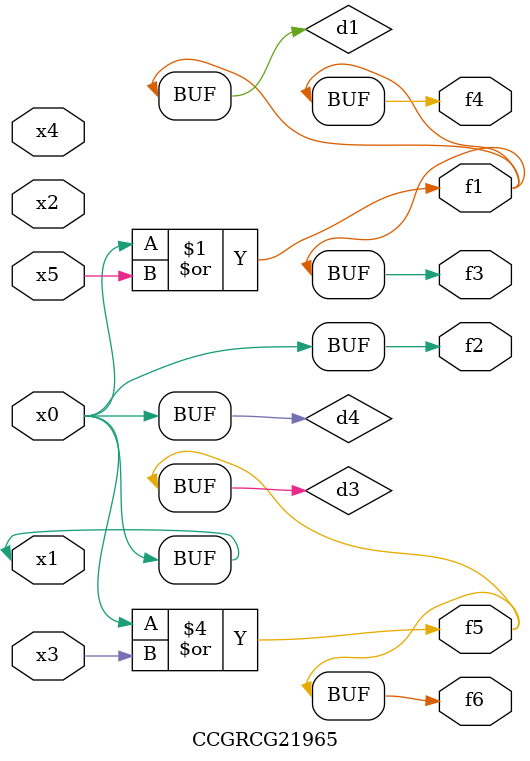
<source format=v>
module CCGRCG21965(
	input x0, x1, x2, x3, x4, x5,
	output f1, f2, f3, f4, f5, f6
);

	wire d1, d2, d3, d4;

	or (d1, x0, x5);
	xnor (d2, x1, x4);
	or (d3, x0, x3);
	buf (d4, x0, x1);
	assign f1 = d1;
	assign f2 = d4;
	assign f3 = d1;
	assign f4 = d1;
	assign f5 = d3;
	assign f6 = d3;
endmodule

</source>
